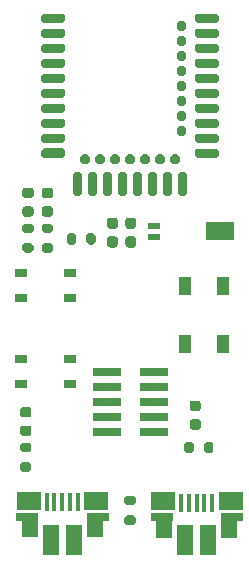
<source format=gtp>
%TF.GenerationSoftware,KiCad,Pcbnew,5.1.10-88a1d61d58~88~ubuntu18.04.1*%
%TF.CreationDate,2021-06-05T10:08:30+03:00*%
%TF.ProjectId,ebyte-E73-2G4M08S1x-board,65627974-652d-4453-9733-2d3247344d30,rev?*%
%TF.SameCoordinates,Original*%
%TF.FileFunction,Paste,Top*%
%TF.FilePolarity,Positive*%
%FSLAX46Y46*%
G04 Gerber Fmt 4.6, Leading zero omitted, Abs format (unit mm)*
G04 Created by KiCad (PCBNEW 5.1.10-88a1d61d58~88~ubuntu18.04.1) date 2021-06-05 10:08:30*
%MOMM*%
%LPD*%
G01*
G04 APERTURE LIST*
%ADD10R,1.000000X1.500000*%
%ADD11R,2.400000X0.740000*%
%ADD12R,2.400000X1.500000*%
%ADD13R,1.100000X0.600000*%
%ADD14R,1.050000X0.650000*%
%ADD15R,1.430000X2.500000*%
%ADD16R,0.400000X1.650000*%
%ADD17R,2.000000X1.500000*%
%ADD18R,1.825000X0.700000*%
%ADD19R,1.350000X2.000000*%
G04 APERTURE END LIST*
%TO.C,U5*%
G36*
G01*
X153405000Y-74341000D02*
X153805000Y-74341000D01*
G75*
G02*
X154005000Y-74541000I0J-200000D01*
G01*
X154005000Y-74941000D01*
G75*
G02*
X153805000Y-75141000I-200000J0D01*
G01*
X153405000Y-75141000D01*
G75*
G02*
X153205000Y-74941000I0J200000D01*
G01*
X153205000Y-74541000D01*
G75*
G02*
X153405000Y-74341000I200000J0D01*
G01*
G37*
G36*
G01*
X153405000Y-73071000D02*
X153805000Y-73071000D01*
G75*
G02*
X154005000Y-73271000I0J-200000D01*
G01*
X154005000Y-73671000D01*
G75*
G02*
X153805000Y-73871000I-200000J0D01*
G01*
X153405000Y-73871000D01*
G75*
G02*
X153205000Y-73671000I0J200000D01*
G01*
X153205000Y-73271000D01*
G75*
G02*
X153405000Y-73071000I200000J0D01*
G01*
G37*
G36*
G01*
X153405000Y-75611000D02*
X153805000Y-75611000D01*
G75*
G02*
X154005000Y-75811000I0J-200000D01*
G01*
X154005000Y-76211000D01*
G75*
G02*
X153805000Y-76411000I-200000J0D01*
G01*
X153405000Y-76411000D01*
G75*
G02*
X153205000Y-76211000I0J200000D01*
G01*
X153205000Y-75811000D01*
G75*
G02*
X153405000Y-75611000I200000J0D01*
G01*
G37*
G36*
G01*
X153405000Y-76881000D02*
X153805000Y-76881000D01*
G75*
G02*
X154005000Y-77081000I0J-200000D01*
G01*
X154005000Y-77481000D01*
G75*
G02*
X153805000Y-77681000I-200000J0D01*
G01*
X153405000Y-77681000D01*
G75*
G02*
X153205000Y-77481000I0J200000D01*
G01*
X153205000Y-77081000D01*
G75*
G02*
X153405000Y-76881000I200000J0D01*
G01*
G37*
G36*
G01*
X153405000Y-78151000D02*
X153805000Y-78151000D01*
G75*
G02*
X154005000Y-78351000I0J-200000D01*
G01*
X154005000Y-78751000D01*
G75*
G02*
X153805000Y-78951000I-200000J0D01*
G01*
X153405000Y-78951000D01*
G75*
G02*
X153205000Y-78751000I0J200000D01*
G01*
X153205000Y-78351000D01*
G75*
G02*
X153405000Y-78151000I200000J0D01*
G01*
G37*
G36*
G01*
X153405000Y-79421000D02*
X153805000Y-79421000D01*
G75*
G02*
X154005000Y-79621000I0J-200000D01*
G01*
X154005000Y-80021000D01*
G75*
G02*
X153805000Y-80221000I-200000J0D01*
G01*
X153405000Y-80221000D01*
G75*
G02*
X153205000Y-80021000I0J200000D01*
G01*
X153205000Y-79621000D01*
G75*
G02*
X153405000Y-79421000I200000J0D01*
G01*
G37*
G36*
G01*
X153405000Y-80691000D02*
X153805000Y-80691000D01*
G75*
G02*
X154005000Y-80891000I0J-200000D01*
G01*
X154005000Y-81291000D01*
G75*
G02*
X153805000Y-81491000I-200000J0D01*
G01*
X153405000Y-81491000D01*
G75*
G02*
X153205000Y-81291000I0J200000D01*
G01*
X153205000Y-80891000D01*
G75*
G02*
X153405000Y-80691000I200000J0D01*
G01*
G37*
G36*
G01*
X153405000Y-81961000D02*
X153805000Y-81961000D01*
G75*
G02*
X154005000Y-82161000I0J-200000D01*
G01*
X154005000Y-82561000D01*
G75*
G02*
X153805000Y-82761000I-200000J0D01*
G01*
X153405000Y-82761000D01*
G75*
G02*
X153205000Y-82561000I0J200000D01*
G01*
X153205000Y-82161000D01*
G75*
G02*
X153405000Y-81961000I200000J0D01*
G01*
G37*
G36*
G01*
X145215000Y-84351000D02*
X145615000Y-84351000D01*
G75*
G02*
X145815000Y-84551000I0J-200000D01*
G01*
X145815000Y-84951000D01*
G75*
G02*
X145615000Y-85151000I-200000J0D01*
G01*
X145215000Y-85151000D01*
G75*
G02*
X145015000Y-84951000I0J200000D01*
G01*
X145015000Y-84551000D01*
G75*
G02*
X145215000Y-84351000I200000J0D01*
G01*
G37*
G36*
G01*
X146485000Y-84351000D02*
X146885000Y-84351000D01*
G75*
G02*
X147085000Y-84551000I0J-200000D01*
G01*
X147085000Y-84951000D01*
G75*
G02*
X146885000Y-85151000I-200000J0D01*
G01*
X146485000Y-85151000D01*
G75*
G02*
X146285000Y-84951000I0J200000D01*
G01*
X146285000Y-84551000D01*
G75*
G02*
X146485000Y-84351000I200000J0D01*
G01*
G37*
G36*
G01*
X147755000Y-84351000D02*
X148155000Y-84351000D01*
G75*
G02*
X148355000Y-84551000I0J-200000D01*
G01*
X148355000Y-84951000D01*
G75*
G02*
X148155000Y-85151000I-200000J0D01*
G01*
X147755000Y-85151000D01*
G75*
G02*
X147555000Y-84951000I0J200000D01*
G01*
X147555000Y-84551000D01*
G75*
G02*
X147755000Y-84351000I200000J0D01*
G01*
G37*
G36*
G01*
X149025000Y-84351000D02*
X149425000Y-84351000D01*
G75*
G02*
X149625000Y-84551000I0J-200000D01*
G01*
X149625000Y-84951000D01*
G75*
G02*
X149425000Y-85151000I-200000J0D01*
G01*
X149025000Y-85151000D01*
G75*
G02*
X148825000Y-84951000I0J200000D01*
G01*
X148825000Y-84551000D01*
G75*
G02*
X149025000Y-84351000I200000J0D01*
G01*
G37*
G36*
G01*
X150295000Y-84351000D02*
X150695000Y-84351000D01*
G75*
G02*
X150895000Y-84551000I0J-200000D01*
G01*
X150895000Y-84951000D01*
G75*
G02*
X150695000Y-85151000I-200000J0D01*
G01*
X150295000Y-85151000D01*
G75*
G02*
X150095000Y-84951000I0J200000D01*
G01*
X150095000Y-84551000D01*
G75*
G02*
X150295000Y-84351000I200000J0D01*
G01*
G37*
G36*
G01*
X151565000Y-84351000D02*
X151965000Y-84351000D01*
G75*
G02*
X152165000Y-84551000I0J-200000D01*
G01*
X152165000Y-84951000D01*
G75*
G02*
X151965000Y-85151000I-200000J0D01*
G01*
X151565000Y-85151000D01*
G75*
G02*
X151365000Y-84951000I0J200000D01*
G01*
X151365000Y-84551000D01*
G75*
G02*
X151565000Y-84351000I200000J0D01*
G01*
G37*
G36*
G01*
X152835000Y-84351000D02*
X153235000Y-84351000D01*
G75*
G02*
X153435000Y-84551000I0J-200000D01*
G01*
X153435000Y-84951000D01*
G75*
G02*
X153235000Y-85151000I-200000J0D01*
G01*
X152835000Y-85151000D01*
G75*
G02*
X152635000Y-84951000I0J200000D01*
G01*
X152635000Y-84551000D01*
G75*
G02*
X152835000Y-84351000I200000J0D01*
G01*
G37*
G36*
G01*
X144575000Y-85841000D02*
X144975000Y-85841000D01*
G75*
G02*
X145175000Y-86041000I0J-200000D01*
G01*
X145175000Y-87641000D01*
G75*
G02*
X144975000Y-87841000I-200000J0D01*
G01*
X144575000Y-87841000D01*
G75*
G02*
X144375000Y-87641000I0J200000D01*
G01*
X144375000Y-86041000D01*
G75*
G02*
X144575000Y-85841000I200000J0D01*
G01*
G37*
G36*
G01*
X145845000Y-85841000D02*
X146245000Y-85841000D01*
G75*
G02*
X146445000Y-86041000I0J-200000D01*
G01*
X146445000Y-87641000D01*
G75*
G02*
X146245000Y-87841000I-200000J0D01*
G01*
X145845000Y-87841000D01*
G75*
G02*
X145645000Y-87641000I0J200000D01*
G01*
X145645000Y-86041000D01*
G75*
G02*
X145845000Y-85841000I200000J0D01*
G01*
G37*
G36*
G01*
X147115000Y-85841000D02*
X147515000Y-85841000D01*
G75*
G02*
X147715000Y-86041000I0J-200000D01*
G01*
X147715000Y-87641000D01*
G75*
G02*
X147515000Y-87841000I-200000J0D01*
G01*
X147115000Y-87841000D01*
G75*
G02*
X146915000Y-87641000I0J200000D01*
G01*
X146915000Y-86041000D01*
G75*
G02*
X147115000Y-85841000I200000J0D01*
G01*
G37*
G36*
G01*
X148385000Y-85841000D02*
X148785000Y-85841000D01*
G75*
G02*
X148985000Y-86041000I0J-200000D01*
G01*
X148985000Y-87641000D01*
G75*
G02*
X148785000Y-87841000I-200000J0D01*
G01*
X148385000Y-87841000D01*
G75*
G02*
X148185000Y-87641000I0J200000D01*
G01*
X148185000Y-86041000D01*
G75*
G02*
X148385000Y-85841000I200000J0D01*
G01*
G37*
G36*
G01*
X149655000Y-85841000D02*
X150055000Y-85841000D01*
G75*
G02*
X150255000Y-86041000I0J-200000D01*
G01*
X150255000Y-87641000D01*
G75*
G02*
X150055000Y-87841000I-200000J0D01*
G01*
X149655000Y-87841000D01*
G75*
G02*
X149455000Y-87641000I0J200000D01*
G01*
X149455000Y-86041000D01*
G75*
G02*
X149655000Y-85841000I200000J0D01*
G01*
G37*
G36*
G01*
X150925000Y-85841000D02*
X151325000Y-85841000D01*
G75*
G02*
X151525000Y-86041000I0J-200000D01*
G01*
X151525000Y-87641000D01*
G75*
G02*
X151325000Y-87841000I-200000J0D01*
G01*
X150925000Y-87841000D01*
G75*
G02*
X150725000Y-87641000I0J200000D01*
G01*
X150725000Y-86041000D01*
G75*
G02*
X150925000Y-85841000I200000J0D01*
G01*
G37*
G36*
G01*
X152195000Y-85841000D02*
X152595000Y-85841000D01*
G75*
G02*
X152795000Y-86041000I0J-200000D01*
G01*
X152795000Y-87641000D01*
G75*
G02*
X152595000Y-87841000I-200000J0D01*
G01*
X152195000Y-87841000D01*
G75*
G02*
X151995000Y-87641000I0J200000D01*
G01*
X151995000Y-86041000D01*
G75*
G02*
X152195000Y-85841000I200000J0D01*
G01*
G37*
G36*
G01*
X153465000Y-85841000D02*
X153865000Y-85841000D01*
G75*
G02*
X154065000Y-86041000I0J-200000D01*
G01*
X154065000Y-87641000D01*
G75*
G02*
X153865000Y-87841000I-200000J0D01*
G01*
X153465000Y-87841000D01*
G75*
G02*
X153265000Y-87641000I0J200000D01*
G01*
X153265000Y-86041000D01*
G75*
G02*
X153465000Y-85841000I200000J0D01*
G01*
G37*
G36*
G01*
X143731000Y-72621000D02*
X143731000Y-73021000D01*
G75*
G02*
X143531000Y-73221000I-200000J0D01*
G01*
X141931000Y-73221000D01*
G75*
G02*
X141731000Y-73021000I0J200000D01*
G01*
X141731000Y-72621000D01*
G75*
G02*
X141931000Y-72421000I200000J0D01*
G01*
X143531000Y-72421000D01*
G75*
G02*
X143731000Y-72621000I0J-200000D01*
G01*
G37*
G36*
G01*
X143731000Y-73891000D02*
X143731000Y-74291000D01*
G75*
G02*
X143531000Y-74491000I-200000J0D01*
G01*
X141931000Y-74491000D01*
G75*
G02*
X141731000Y-74291000I0J200000D01*
G01*
X141731000Y-73891000D01*
G75*
G02*
X141931000Y-73691000I200000J0D01*
G01*
X143531000Y-73691000D01*
G75*
G02*
X143731000Y-73891000I0J-200000D01*
G01*
G37*
G36*
G01*
X143731000Y-75161000D02*
X143731000Y-75561000D01*
G75*
G02*
X143531000Y-75761000I-200000J0D01*
G01*
X141931000Y-75761000D01*
G75*
G02*
X141731000Y-75561000I0J200000D01*
G01*
X141731000Y-75161000D01*
G75*
G02*
X141931000Y-74961000I200000J0D01*
G01*
X143531000Y-74961000D01*
G75*
G02*
X143731000Y-75161000I0J-200000D01*
G01*
G37*
G36*
G01*
X143731000Y-76431000D02*
X143731000Y-76831000D01*
G75*
G02*
X143531000Y-77031000I-200000J0D01*
G01*
X141931000Y-77031000D01*
G75*
G02*
X141731000Y-76831000I0J200000D01*
G01*
X141731000Y-76431000D01*
G75*
G02*
X141931000Y-76231000I200000J0D01*
G01*
X143531000Y-76231000D01*
G75*
G02*
X143731000Y-76431000I0J-200000D01*
G01*
G37*
G36*
G01*
X143731000Y-80241000D02*
X143731000Y-80641000D01*
G75*
G02*
X143531000Y-80841000I-200000J0D01*
G01*
X141931000Y-80841000D01*
G75*
G02*
X141731000Y-80641000I0J200000D01*
G01*
X141731000Y-80241000D01*
G75*
G02*
X141931000Y-80041000I200000J0D01*
G01*
X143531000Y-80041000D01*
G75*
G02*
X143731000Y-80241000I0J-200000D01*
G01*
G37*
G36*
G01*
X143731000Y-77701000D02*
X143731000Y-78101000D01*
G75*
G02*
X143531000Y-78301000I-200000J0D01*
G01*
X141931000Y-78301000D01*
G75*
G02*
X141731000Y-78101000I0J200000D01*
G01*
X141731000Y-77701000D01*
G75*
G02*
X141931000Y-77501000I200000J0D01*
G01*
X143531000Y-77501000D01*
G75*
G02*
X143731000Y-77701000I0J-200000D01*
G01*
G37*
G36*
G01*
X143731000Y-82781000D02*
X143731000Y-83181000D01*
G75*
G02*
X143531000Y-83381000I-200000J0D01*
G01*
X141931000Y-83381000D01*
G75*
G02*
X141731000Y-83181000I0J200000D01*
G01*
X141731000Y-82781000D01*
G75*
G02*
X141931000Y-82581000I200000J0D01*
G01*
X143531000Y-82581000D01*
G75*
G02*
X143731000Y-82781000I0J-200000D01*
G01*
G37*
G36*
G01*
X143731000Y-78971000D02*
X143731000Y-79371000D01*
G75*
G02*
X143531000Y-79571000I-200000J0D01*
G01*
X141931000Y-79571000D01*
G75*
G02*
X141731000Y-79371000I0J200000D01*
G01*
X141731000Y-78971000D01*
G75*
G02*
X141931000Y-78771000I200000J0D01*
G01*
X143531000Y-78771000D01*
G75*
G02*
X143731000Y-78971000I0J-200000D01*
G01*
G37*
G36*
G01*
X143735000Y-84041000D02*
X143735000Y-84441000D01*
G75*
G02*
X143535000Y-84641000I-200000J0D01*
G01*
X141935000Y-84641000D01*
G75*
G02*
X141735000Y-84441000I0J200000D01*
G01*
X141735000Y-84041000D01*
G75*
G02*
X141935000Y-83841000I200000J0D01*
G01*
X143535000Y-83841000D01*
G75*
G02*
X143735000Y-84041000I0J-200000D01*
G01*
G37*
G36*
G01*
X143731000Y-81511000D02*
X143731000Y-81911000D01*
G75*
G02*
X143531000Y-82111000I-200000J0D01*
G01*
X141931000Y-82111000D01*
G75*
G02*
X141731000Y-81911000I0J200000D01*
G01*
X141731000Y-81511000D01*
G75*
G02*
X141931000Y-81311000I200000J0D01*
G01*
X143531000Y-81311000D01*
G75*
G02*
X143731000Y-81511000I0J-200000D01*
G01*
G37*
G36*
G01*
X156725000Y-72621000D02*
X156725000Y-73021000D01*
G75*
G02*
X156525000Y-73221000I-200000J0D01*
G01*
X154925000Y-73221000D01*
G75*
G02*
X154725000Y-73021000I0J200000D01*
G01*
X154725000Y-72621000D01*
G75*
G02*
X154925000Y-72421000I200000J0D01*
G01*
X156525000Y-72421000D01*
G75*
G02*
X156725000Y-72621000I0J-200000D01*
G01*
G37*
G36*
G01*
X156725000Y-73891000D02*
X156725000Y-74291000D01*
G75*
G02*
X156525000Y-74491000I-200000J0D01*
G01*
X154925000Y-74491000D01*
G75*
G02*
X154725000Y-74291000I0J200000D01*
G01*
X154725000Y-73891000D01*
G75*
G02*
X154925000Y-73691000I200000J0D01*
G01*
X156525000Y-73691000D01*
G75*
G02*
X156725000Y-73891000I0J-200000D01*
G01*
G37*
G36*
G01*
X156725000Y-75161000D02*
X156725000Y-75561000D01*
G75*
G02*
X156525000Y-75761000I-200000J0D01*
G01*
X154925000Y-75761000D01*
G75*
G02*
X154725000Y-75561000I0J200000D01*
G01*
X154725000Y-75161000D01*
G75*
G02*
X154925000Y-74961000I200000J0D01*
G01*
X156525000Y-74961000D01*
G75*
G02*
X156725000Y-75161000I0J-200000D01*
G01*
G37*
G36*
G01*
X156725000Y-76431000D02*
X156725000Y-76831000D01*
G75*
G02*
X156525000Y-77031000I-200000J0D01*
G01*
X154925000Y-77031000D01*
G75*
G02*
X154725000Y-76831000I0J200000D01*
G01*
X154725000Y-76431000D01*
G75*
G02*
X154925000Y-76231000I200000J0D01*
G01*
X156525000Y-76231000D01*
G75*
G02*
X156725000Y-76431000I0J-200000D01*
G01*
G37*
G36*
G01*
X156725000Y-77701000D02*
X156725000Y-78101000D01*
G75*
G02*
X156525000Y-78301000I-200000J0D01*
G01*
X154925000Y-78301000D01*
G75*
G02*
X154725000Y-78101000I0J200000D01*
G01*
X154725000Y-77701000D01*
G75*
G02*
X154925000Y-77501000I200000J0D01*
G01*
X156525000Y-77501000D01*
G75*
G02*
X156725000Y-77701000I0J-200000D01*
G01*
G37*
G36*
G01*
X156725000Y-78971000D02*
X156725000Y-79371000D01*
G75*
G02*
X156525000Y-79571000I-200000J0D01*
G01*
X154925000Y-79571000D01*
G75*
G02*
X154725000Y-79371000I0J200000D01*
G01*
X154725000Y-78971000D01*
G75*
G02*
X154925000Y-78771000I200000J0D01*
G01*
X156525000Y-78771000D01*
G75*
G02*
X156725000Y-78971000I0J-200000D01*
G01*
G37*
G36*
G01*
X156725000Y-80241000D02*
X156725000Y-80641000D01*
G75*
G02*
X156525000Y-80841000I-200000J0D01*
G01*
X154925000Y-80841000D01*
G75*
G02*
X154725000Y-80641000I0J200000D01*
G01*
X154725000Y-80241000D01*
G75*
G02*
X154925000Y-80041000I200000J0D01*
G01*
X156525000Y-80041000D01*
G75*
G02*
X156725000Y-80241000I0J-200000D01*
G01*
G37*
G36*
G01*
X156725000Y-81511000D02*
X156725000Y-81911000D01*
G75*
G02*
X156525000Y-82111000I-200000J0D01*
G01*
X154925000Y-82111000D01*
G75*
G02*
X154725000Y-81911000I0J200000D01*
G01*
X154725000Y-81511000D01*
G75*
G02*
X154925000Y-81311000I200000J0D01*
G01*
X156525000Y-81311000D01*
G75*
G02*
X156725000Y-81511000I0J-200000D01*
G01*
G37*
G36*
G01*
X156725000Y-82781000D02*
X156725000Y-83181000D01*
G75*
G02*
X156525000Y-83381000I-200000J0D01*
G01*
X154925000Y-83381000D01*
G75*
G02*
X154725000Y-83181000I0J200000D01*
G01*
X154725000Y-82781000D01*
G75*
G02*
X154925000Y-82581000I200000J0D01*
G01*
X156525000Y-82581000D01*
G75*
G02*
X156725000Y-82781000I0J-200000D01*
G01*
G37*
G36*
G01*
X156725000Y-84051000D02*
X156725000Y-84451000D01*
G75*
G02*
X156525000Y-84651000I-200000J0D01*
G01*
X154925000Y-84651000D01*
G75*
G02*
X154725000Y-84451000I0J200000D01*
G01*
X154725000Y-84051000D01*
G75*
G02*
X154925000Y-83851000I200000J0D01*
G01*
X156525000Y-83851000D01*
G75*
G02*
X156725000Y-84051000I0J-200000D01*
G01*
G37*
%TD*%
D10*
%TO.C,D7*%
X153911500Y-100367000D03*
X157111500Y-100367000D03*
X153911500Y-95467000D03*
X157111500Y-95467000D03*
%TD*%
D11*
%TO.C,J6*%
X151220000Y-107823000D03*
X147320000Y-107823000D03*
X151220000Y-106553000D03*
X147320000Y-106553000D03*
X151220000Y-105283000D03*
X147320000Y-105283000D03*
X151220000Y-104013000D03*
X147320000Y-104013000D03*
X151220000Y-102743000D03*
X147320000Y-102743000D03*
%TD*%
%TO.C,R8*%
G36*
G01*
X140673500Y-109557000D02*
X140123500Y-109557000D01*
G75*
G02*
X139923500Y-109357000I0J200000D01*
G01*
X139923500Y-108957000D01*
G75*
G02*
X140123500Y-108757000I200000J0D01*
G01*
X140673500Y-108757000D01*
G75*
G02*
X140873500Y-108957000I0J-200000D01*
G01*
X140873500Y-109357000D01*
G75*
G02*
X140673500Y-109557000I-200000J0D01*
G01*
G37*
G36*
G01*
X140673500Y-111207000D02*
X140123500Y-111207000D01*
G75*
G02*
X139923500Y-111007000I0J200000D01*
G01*
X139923500Y-110607000D01*
G75*
G02*
X140123500Y-110407000I200000J0D01*
G01*
X140673500Y-110407000D01*
G75*
G02*
X140873500Y-110607000I0J-200000D01*
G01*
X140873500Y-111007000D01*
G75*
G02*
X140673500Y-111207000I-200000J0D01*
G01*
G37*
%TD*%
%TO.C,D8*%
G36*
G01*
X140654750Y-106609500D02*
X140142250Y-106609500D01*
G75*
G02*
X139923500Y-106390750I0J218750D01*
G01*
X139923500Y-105953250D01*
G75*
G02*
X140142250Y-105734500I218750J0D01*
G01*
X140654750Y-105734500D01*
G75*
G02*
X140873500Y-105953250I0J-218750D01*
G01*
X140873500Y-106390750D01*
G75*
G02*
X140654750Y-106609500I-218750J0D01*
G01*
G37*
G36*
G01*
X140654750Y-108184500D02*
X140142250Y-108184500D01*
G75*
G02*
X139923500Y-107965750I0J218750D01*
G01*
X139923500Y-107528250D01*
G75*
G02*
X140142250Y-107309500I218750J0D01*
G01*
X140654750Y-107309500D01*
G75*
G02*
X140873500Y-107528250I0J-218750D01*
G01*
X140873500Y-107965750D01*
G75*
G02*
X140654750Y-108184500I-218750J0D01*
G01*
G37*
%TD*%
%TO.C,R7*%
G36*
G01*
X141965000Y-91865000D02*
X142515000Y-91865000D01*
G75*
G02*
X142715000Y-92065000I0J-200000D01*
G01*
X142715000Y-92465000D01*
G75*
G02*
X142515000Y-92665000I-200000J0D01*
G01*
X141965000Y-92665000D01*
G75*
G02*
X141765000Y-92465000I0J200000D01*
G01*
X141765000Y-92065000D01*
G75*
G02*
X141965000Y-91865000I200000J0D01*
G01*
G37*
G36*
G01*
X141965000Y-90215000D02*
X142515000Y-90215000D01*
G75*
G02*
X142715000Y-90415000I0J-200000D01*
G01*
X142715000Y-90815000D01*
G75*
G02*
X142515000Y-91015000I-200000J0D01*
G01*
X141965000Y-91015000D01*
G75*
G02*
X141765000Y-90815000I0J200000D01*
G01*
X141765000Y-90415000D01*
G75*
G02*
X141965000Y-90215000I200000J0D01*
G01*
G37*
%TD*%
D12*
%TO.C,Y1*%
X156843500Y-90868500D03*
D13*
X151243500Y-90368500D03*
X151243500Y-91368500D03*
%TD*%
%TO.C,C7*%
G36*
G01*
X148188500Y-91507500D02*
X148188500Y-92007500D01*
G75*
G02*
X147963500Y-92232500I-225000J0D01*
G01*
X147513500Y-92232500D01*
G75*
G02*
X147288500Y-92007500I0J225000D01*
G01*
X147288500Y-91507500D01*
G75*
G02*
X147513500Y-91282500I225000J0D01*
G01*
X147963500Y-91282500D01*
G75*
G02*
X148188500Y-91507500I0J-225000D01*
G01*
G37*
G36*
G01*
X149738500Y-91507500D02*
X149738500Y-92007500D01*
G75*
G02*
X149513500Y-92232500I-225000J0D01*
G01*
X149063500Y-92232500D01*
G75*
G02*
X148838500Y-92007500I0J225000D01*
G01*
X148838500Y-91507500D01*
G75*
G02*
X149063500Y-91282500I225000J0D01*
G01*
X149513500Y-91282500D01*
G75*
G02*
X149738500Y-91507500I0J-225000D01*
G01*
G37*
%TD*%
D14*
%TO.C,SW2*%
X144188000Y-96515500D03*
X140038000Y-96515500D03*
X144188000Y-94365500D03*
X140038000Y-94365500D03*
%TD*%
%TO.C,R5*%
G36*
G01*
X144672500Y-91228500D02*
X144672500Y-91778500D01*
G75*
G02*
X144472500Y-91978500I-200000J0D01*
G01*
X144072500Y-91978500D01*
G75*
G02*
X143872500Y-91778500I0J200000D01*
G01*
X143872500Y-91228500D01*
G75*
G02*
X144072500Y-91028500I200000J0D01*
G01*
X144472500Y-91028500D01*
G75*
G02*
X144672500Y-91228500I0J-200000D01*
G01*
G37*
G36*
G01*
X146322500Y-91228500D02*
X146322500Y-91778500D01*
G75*
G02*
X146122500Y-91978500I-200000J0D01*
G01*
X145722500Y-91978500D01*
G75*
G02*
X145522500Y-91778500I0J200000D01*
G01*
X145522500Y-91228500D01*
G75*
G02*
X145722500Y-91028500I200000J0D01*
G01*
X146122500Y-91028500D01*
G75*
G02*
X146322500Y-91228500I0J-200000D01*
G01*
G37*
%TD*%
%TO.C,D6*%
G36*
G01*
X142496250Y-88042000D02*
X141983750Y-88042000D01*
G75*
G02*
X141765000Y-87823250I0J218750D01*
G01*
X141765000Y-87385750D01*
G75*
G02*
X141983750Y-87167000I218750J0D01*
G01*
X142496250Y-87167000D01*
G75*
G02*
X142715000Y-87385750I0J-218750D01*
G01*
X142715000Y-87823250D01*
G75*
G02*
X142496250Y-88042000I-218750J0D01*
G01*
G37*
G36*
G01*
X142496250Y-89617000D02*
X141983750Y-89617000D01*
G75*
G02*
X141765000Y-89398250I0J218750D01*
G01*
X141765000Y-88960750D01*
G75*
G02*
X141983750Y-88742000I218750J0D01*
G01*
X142496250Y-88742000D01*
G75*
G02*
X142715000Y-88960750I0J-218750D01*
G01*
X142715000Y-89398250D01*
G75*
G02*
X142496250Y-89617000I-218750J0D01*
G01*
G37*
%TD*%
D15*
%TO.C,J1*%
X144445000Y-116955000D03*
X142525000Y-116955000D03*
D16*
X144785000Y-113805000D03*
X144135000Y-113805000D03*
X143485000Y-113805000D03*
X142835000Y-113805000D03*
X142185000Y-113805000D03*
D17*
X146385000Y-113685000D03*
X140635000Y-113705000D03*
D18*
X146485000Y-115005000D03*
X140535000Y-115005000D03*
D19*
X140755000Y-115755000D03*
X146235000Y-115755000D03*
%TD*%
D15*
%TO.C,J2*%
X155829000Y-116967000D03*
X153909000Y-116967000D03*
D16*
X156169000Y-113817000D03*
X155519000Y-113817000D03*
X154869000Y-113817000D03*
X154219000Y-113817000D03*
X153569000Y-113817000D03*
D17*
X157769000Y-113697000D03*
X152019000Y-113717000D03*
D18*
X157869000Y-115017000D03*
X151919000Y-115017000D03*
D19*
X152139000Y-115767000D03*
X157619000Y-115767000D03*
%TD*%
%TO.C,R6*%
G36*
G01*
X140314000Y-91865000D02*
X140864000Y-91865000D01*
G75*
G02*
X141064000Y-92065000I0J-200000D01*
G01*
X141064000Y-92465000D01*
G75*
G02*
X140864000Y-92665000I-200000J0D01*
G01*
X140314000Y-92665000D01*
G75*
G02*
X140114000Y-92465000I0J200000D01*
G01*
X140114000Y-92065000D01*
G75*
G02*
X140314000Y-91865000I200000J0D01*
G01*
G37*
G36*
G01*
X140314000Y-90215000D02*
X140864000Y-90215000D01*
G75*
G02*
X141064000Y-90415000I0J-200000D01*
G01*
X141064000Y-90815000D01*
G75*
G02*
X140864000Y-91015000I-200000J0D01*
G01*
X140314000Y-91015000D01*
G75*
G02*
X140114000Y-90815000I0J200000D01*
G01*
X140114000Y-90415000D01*
G75*
G02*
X140314000Y-90215000I200000J0D01*
G01*
G37*
%TD*%
%TO.C,D5*%
G36*
G01*
X140845250Y-88042000D02*
X140332750Y-88042000D01*
G75*
G02*
X140114000Y-87823250I0J218750D01*
G01*
X140114000Y-87385750D01*
G75*
G02*
X140332750Y-87167000I218750J0D01*
G01*
X140845250Y-87167000D01*
G75*
G02*
X141064000Y-87385750I0J-218750D01*
G01*
X141064000Y-87823250D01*
G75*
G02*
X140845250Y-88042000I-218750J0D01*
G01*
G37*
G36*
G01*
X140845250Y-89617000D02*
X140332750Y-89617000D01*
G75*
G02*
X140114000Y-89398250I0J218750D01*
G01*
X140114000Y-88960750D01*
G75*
G02*
X140332750Y-88742000I218750J0D01*
G01*
X140845250Y-88742000D01*
G75*
G02*
X141064000Y-88960750I0J-218750D01*
G01*
X141064000Y-89398250D01*
G75*
G02*
X140845250Y-89617000I-218750J0D01*
G01*
G37*
%TD*%
%TO.C,D4*%
G36*
G01*
X155005750Y-106076000D02*
X154493250Y-106076000D01*
G75*
G02*
X154274500Y-105857250I0J218750D01*
G01*
X154274500Y-105419750D01*
G75*
G02*
X154493250Y-105201000I218750J0D01*
G01*
X155005750Y-105201000D01*
G75*
G02*
X155224500Y-105419750I0J-218750D01*
G01*
X155224500Y-105857250D01*
G75*
G02*
X155005750Y-106076000I-218750J0D01*
G01*
G37*
G36*
G01*
X155005750Y-107651000D02*
X154493250Y-107651000D01*
G75*
G02*
X154274500Y-107432250I0J218750D01*
G01*
X154274500Y-106994750D01*
G75*
G02*
X154493250Y-106776000I218750J0D01*
G01*
X155005750Y-106776000D01*
G75*
G02*
X155224500Y-106994750I0J-218750D01*
G01*
X155224500Y-107432250D01*
G75*
G02*
X155005750Y-107651000I-218750J0D01*
G01*
G37*
%TD*%
%TO.C,R4*%
G36*
G01*
X154642000Y-108881500D02*
X154642000Y-109431500D01*
G75*
G02*
X154442000Y-109631500I-200000J0D01*
G01*
X154042000Y-109631500D01*
G75*
G02*
X153842000Y-109431500I0J200000D01*
G01*
X153842000Y-108881500D01*
G75*
G02*
X154042000Y-108681500I200000J0D01*
G01*
X154442000Y-108681500D01*
G75*
G02*
X154642000Y-108881500I0J-200000D01*
G01*
G37*
G36*
G01*
X156292000Y-108881500D02*
X156292000Y-109431500D01*
G75*
G02*
X156092000Y-109631500I-200000J0D01*
G01*
X155692000Y-109631500D01*
G75*
G02*
X155492000Y-109431500I0J200000D01*
G01*
X155492000Y-108881500D01*
G75*
G02*
X155692000Y-108681500I200000J0D01*
G01*
X156092000Y-108681500D01*
G75*
G02*
X156292000Y-108881500I0J-200000D01*
G01*
G37*
%TD*%
%TO.C,R1*%
G36*
G01*
X148950000Y-114916000D02*
X149500000Y-114916000D01*
G75*
G02*
X149700000Y-115116000I0J-200000D01*
G01*
X149700000Y-115516000D01*
G75*
G02*
X149500000Y-115716000I-200000J0D01*
G01*
X148950000Y-115716000D01*
G75*
G02*
X148750000Y-115516000I0J200000D01*
G01*
X148750000Y-115116000D01*
G75*
G02*
X148950000Y-114916000I200000J0D01*
G01*
G37*
G36*
G01*
X148950000Y-113266000D02*
X149500000Y-113266000D01*
G75*
G02*
X149700000Y-113466000I0J-200000D01*
G01*
X149700000Y-113866000D01*
G75*
G02*
X149500000Y-114066000I-200000J0D01*
G01*
X148950000Y-114066000D01*
G75*
G02*
X148750000Y-113866000I0J200000D01*
G01*
X148750000Y-113466000D01*
G75*
G02*
X148950000Y-113266000I200000J0D01*
G01*
G37*
%TD*%
D14*
%TO.C,SW1*%
X144188000Y-103818000D03*
X140038000Y-103818000D03*
X144188000Y-101668000D03*
X140038000Y-101668000D03*
%TD*%
%TO.C,C8*%
G36*
G01*
X148188500Y-89920000D02*
X148188500Y-90420000D01*
G75*
G02*
X147963500Y-90645000I-225000J0D01*
G01*
X147513500Y-90645000D01*
G75*
G02*
X147288500Y-90420000I0J225000D01*
G01*
X147288500Y-89920000D01*
G75*
G02*
X147513500Y-89695000I225000J0D01*
G01*
X147963500Y-89695000D01*
G75*
G02*
X148188500Y-89920000I0J-225000D01*
G01*
G37*
G36*
G01*
X149738500Y-89920000D02*
X149738500Y-90420000D01*
G75*
G02*
X149513500Y-90645000I-225000J0D01*
G01*
X149063500Y-90645000D01*
G75*
G02*
X148838500Y-90420000I0J225000D01*
G01*
X148838500Y-89920000D01*
G75*
G02*
X149063500Y-89695000I225000J0D01*
G01*
X149513500Y-89695000D01*
G75*
G02*
X149738500Y-89920000I0J-225000D01*
G01*
G37*
%TD*%
M02*

</source>
